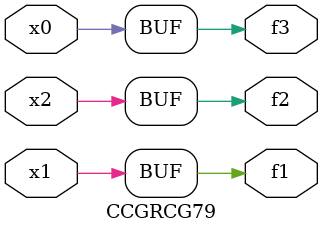
<source format=v>
module CCGRCG79(
	input x0, x1, x2,
	output f1, f2, f3
);
	assign f1 = x1;
	assign f2 = x2;
	assign f3 = x0;
endmodule

</source>
